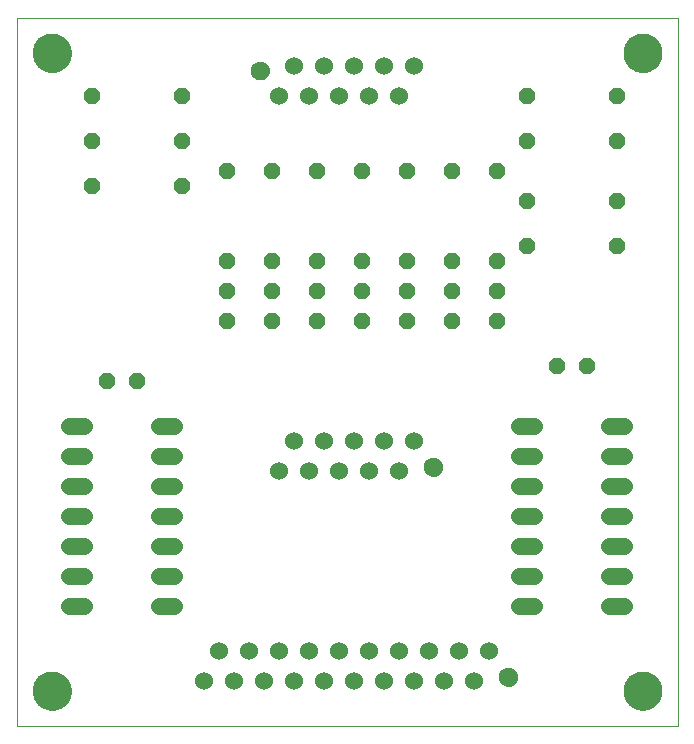
<source format=gts>
G75*
%MOIN*%
%OFA0B0*%
%FSLAX25Y25*%
%IPPOS*%
%LPD*%
%AMOC8*
5,1,8,0,0,1.08239X$1,22.5*
%
%ADD10C,0.00000*%
%ADD11C,0.12998*%
%ADD12OC8,0.05600*%
%ADD13C,0.05600*%
%ADD14C,0.06000*%
%ADD15C,0.06306*%
D10*
X0001000Y0001000D02*
X0001000Y0237220D01*
X0221472Y0237220D01*
X0221472Y0001000D01*
X0001000Y0001000D01*
X0006512Y0012811D02*
X0006514Y0012969D01*
X0006520Y0013127D01*
X0006530Y0013285D01*
X0006544Y0013443D01*
X0006562Y0013600D01*
X0006583Y0013757D01*
X0006609Y0013913D01*
X0006639Y0014069D01*
X0006672Y0014224D01*
X0006710Y0014377D01*
X0006751Y0014530D01*
X0006796Y0014682D01*
X0006845Y0014833D01*
X0006898Y0014982D01*
X0006954Y0015130D01*
X0007014Y0015276D01*
X0007078Y0015421D01*
X0007146Y0015564D01*
X0007217Y0015706D01*
X0007291Y0015846D01*
X0007369Y0015983D01*
X0007451Y0016119D01*
X0007535Y0016253D01*
X0007624Y0016384D01*
X0007715Y0016513D01*
X0007810Y0016640D01*
X0007907Y0016765D01*
X0008008Y0016887D01*
X0008112Y0017006D01*
X0008219Y0017123D01*
X0008329Y0017237D01*
X0008442Y0017348D01*
X0008557Y0017457D01*
X0008675Y0017562D01*
X0008796Y0017664D01*
X0008919Y0017764D01*
X0009045Y0017860D01*
X0009173Y0017953D01*
X0009303Y0018043D01*
X0009436Y0018129D01*
X0009571Y0018213D01*
X0009707Y0018292D01*
X0009846Y0018369D01*
X0009987Y0018441D01*
X0010129Y0018511D01*
X0010273Y0018576D01*
X0010419Y0018638D01*
X0010566Y0018696D01*
X0010715Y0018751D01*
X0010865Y0018802D01*
X0011016Y0018849D01*
X0011168Y0018892D01*
X0011321Y0018931D01*
X0011476Y0018967D01*
X0011631Y0018998D01*
X0011787Y0019026D01*
X0011943Y0019050D01*
X0012100Y0019070D01*
X0012258Y0019086D01*
X0012415Y0019098D01*
X0012574Y0019106D01*
X0012732Y0019110D01*
X0012890Y0019110D01*
X0013048Y0019106D01*
X0013207Y0019098D01*
X0013364Y0019086D01*
X0013522Y0019070D01*
X0013679Y0019050D01*
X0013835Y0019026D01*
X0013991Y0018998D01*
X0014146Y0018967D01*
X0014301Y0018931D01*
X0014454Y0018892D01*
X0014606Y0018849D01*
X0014757Y0018802D01*
X0014907Y0018751D01*
X0015056Y0018696D01*
X0015203Y0018638D01*
X0015349Y0018576D01*
X0015493Y0018511D01*
X0015635Y0018441D01*
X0015776Y0018369D01*
X0015915Y0018292D01*
X0016051Y0018213D01*
X0016186Y0018129D01*
X0016319Y0018043D01*
X0016449Y0017953D01*
X0016577Y0017860D01*
X0016703Y0017764D01*
X0016826Y0017664D01*
X0016947Y0017562D01*
X0017065Y0017457D01*
X0017180Y0017348D01*
X0017293Y0017237D01*
X0017403Y0017123D01*
X0017510Y0017006D01*
X0017614Y0016887D01*
X0017715Y0016765D01*
X0017812Y0016640D01*
X0017907Y0016513D01*
X0017998Y0016384D01*
X0018087Y0016253D01*
X0018171Y0016119D01*
X0018253Y0015983D01*
X0018331Y0015846D01*
X0018405Y0015706D01*
X0018476Y0015564D01*
X0018544Y0015421D01*
X0018608Y0015276D01*
X0018668Y0015130D01*
X0018724Y0014982D01*
X0018777Y0014833D01*
X0018826Y0014682D01*
X0018871Y0014530D01*
X0018912Y0014377D01*
X0018950Y0014224D01*
X0018983Y0014069D01*
X0019013Y0013913D01*
X0019039Y0013757D01*
X0019060Y0013600D01*
X0019078Y0013443D01*
X0019092Y0013285D01*
X0019102Y0013127D01*
X0019108Y0012969D01*
X0019110Y0012811D01*
X0019108Y0012653D01*
X0019102Y0012495D01*
X0019092Y0012337D01*
X0019078Y0012179D01*
X0019060Y0012022D01*
X0019039Y0011865D01*
X0019013Y0011709D01*
X0018983Y0011553D01*
X0018950Y0011398D01*
X0018912Y0011245D01*
X0018871Y0011092D01*
X0018826Y0010940D01*
X0018777Y0010789D01*
X0018724Y0010640D01*
X0018668Y0010492D01*
X0018608Y0010346D01*
X0018544Y0010201D01*
X0018476Y0010058D01*
X0018405Y0009916D01*
X0018331Y0009776D01*
X0018253Y0009639D01*
X0018171Y0009503D01*
X0018087Y0009369D01*
X0017998Y0009238D01*
X0017907Y0009109D01*
X0017812Y0008982D01*
X0017715Y0008857D01*
X0017614Y0008735D01*
X0017510Y0008616D01*
X0017403Y0008499D01*
X0017293Y0008385D01*
X0017180Y0008274D01*
X0017065Y0008165D01*
X0016947Y0008060D01*
X0016826Y0007958D01*
X0016703Y0007858D01*
X0016577Y0007762D01*
X0016449Y0007669D01*
X0016319Y0007579D01*
X0016186Y0007493D01*
X0016051Y0007409D01*
X0015915Y0007330D01*
X0015776Y0007253D01*
X0015635Y0007181D01*
X0015493Y0007111D01*
X0015349Y0007046D01*
X0015203Y0006984D01*
X0015056Y0006926D01*
X0014907Y0006871D01*
X0014757Y0006820D01*
X0014606Y0006773D01*
X0014454Y0006730D01*
X0014301Y0006691D01*
X0014146Y0006655D01*
X0013991Y0006624D01*
X0013835Y0006596D01*
X0013679Y0006572D01*
X0013522Y0006552D01*
X0013364Y0006536D01*
X0013207Y0006524D01*
X0013048Y0006516D01*
X0012890Y0006512D01*
X0012732Y0006512D01*
X0012574Y0006516D01*
X0012415Y0006524D01*
X0012258Y0006536D01*
X0012100Y0006552D01*
X0011943Y0006572D01*
X0011787Y0006596D01*
X0011631Y0006624D01*
X0011476Y0006655D01*
X0011321Y0006691D01*
X0011168Y0006730D01*
X0011016Y0006773D01*
X0010865Y0006820D01*
X0010715Y0006871D01*
X0010566Y0006926D01*
X0010419Y0006984D01*
X0010273Y0007046D01*
X0010129Y0007111D01*
X0009987Y0007181D01*
X0009846Y0007253D01*
X0009707Y0007330D01*
X0009571Y0007409D01*
X0009436Y0007493D01*
X0009303Y0007579D01*
X0009173Y0007669D01*
X0009045Y0007762D01*
X0008919Y0007858D01*
X0008796Y0007958D01*
X0008675Y0008060D01*
X0008557Y0008165D01*
X0008442Y0008274D01*
X0008329Y0008385D01*
X0008219Y0008499D01*
X0008112Y0008616D01*
X0008008Y0008735D01*
X0007907Y0008857D01*
X0007810Y0008982D01*
X0007715Y0009109D01*
X0007624Y0009238D01*
X0007535Y0009369D01*
X0007451Y0009503D01*
X0007369Y0009639D01*
X0007291Y0009776D01*
X0007217Y0009916D01*
X0007146Y0010058D01*
X0007078Y0010201D01*
X0007014Y0010346D01*
X0006954Y0010492D01*
X0006898Y0010640D01*
X0006845Y0010789D01*
X0006796Y0010940D01*
X0006751Y0011092D01*
X0006710Y0011245D01*
X0006672Y0011398D01*
X0006639Y0011553D01*
X0006609Y0011709D01*
X0006583Y0011865D01*
X0006562Y0012022D01*
X0006544Y0012179D01*
X0006530Y0012337D01*
X0006520Y0012495D01*
X0006514Y0012653D01*
X0006512Y0012811D01*
X0136925Y0087437D02*
X0136927Y0087545D01*
X0136933Y0087654D01*
X0136943Y0087762D01*
X0136957Y0087869D01*
X0136975Y0087976D01*
X0136996Y0088083D01*
X0137022Y0088188D01*
X0137052Y0088293D01*
X0137085Y0088396D01*
X0137122Y0088498D01*
X0137163Y0088598D01*
X0137207Y0088697D01*
X0137256Y0088795D01*
X0137307Y0088890D01*
X0137362Y0088983D01*
X0137421Y0089075D01*
X0137483Y0089164D01*
X0137548Y0089251D01*
X0137616Y0089335D01*
X0137687Y0089417D01*
X0137761Y0089496D01*
X0137838Y0089572D01*
X0137918Y0089646D01*
X0138001Y0089716D01*
X0138086Y0089784D01*
X0138173Y0089848D01*
X0138263Y0089909D01*
X0138355Y0089967D01*
X0138449Y0090021D01*
X0138545Y0090072D01*
X0138642Y0090119D01*
X0138742Y0090163D01*
X0138843Y0090203D01*
X0138945Y0090239D01*
X0139048Y0090271D01*
X0139153Y0090300D01*
X0139259Y0090324D01*
X0139365Y0090345D01*
X0139472Y0090362D01*
X0139580Y0090375D01*
X0139688Y0090384D01*
X0139797Y0090389D01*
X0139905Y0090390D01*
X0140014Y0090387D01*
X0140122Y0090380D01*
X0140230Y0090369D01*
X0140337Y0090354D01*
X0140444Y0090335D01*
X0140550Y0090312D01*
X0140655Y0090286D01*
X0140760Y0090255D01*
X0140862Y0090221D01*
X0140964Y0090183D01*
X0141064Y0090141D01*
X0141163Y0090096D01*
X0141260Y0090047D01*
X0141354Y0089994D01*
X0141447Y0089938D01*
X0141538Y0089879D01*
X0141627Y0089816D01*
X0141713Y0089751D01*
X0141797Y0089682D01*
X0141878Y0089610D01*
X0141956Y0089535D01*
X0142032Y0089457D01*
X0142105Y0089376D01*
X0142175Y0089293D01*
X0142241Y0089208D01*
X0142305Y0089120D01*
X0142365Y0089029D01*
X0142422Y0088937D01*
X0142475Y0088842D01*
X0142525Y0088746D01*
X0142571Y0088648D01*
X0142614Y0088548D01*
X0142653Y0088447D01*
X0142688Y0088344D01*
X0142720Y0088241D01*
X0142747Y0088136D01*
X0142771Y0088030D01*
X0142791Y0087923D01*
X0142807Y0087816D01*
X0142819Y0087708D01*
X0142827Y0087600D01*
X0142831Y0087491D01*
X0142831Y0087383D01*
X0142827Y0087274D01*
X0142819Y0087166D01*
X0142807Y0087058D01*
X0142791Y0086951D01*
X0142771Y0086844D01*
X0142747Y0086738D01*
X0142720Y0086633D01*
X0142688Y0086530D01*
X0142653Y0086427D01*
X0142614Y0086326D01*
X0142571Y0086226D01*
X0142525Y0086128D01*
X0142475Y0086032D01*
X0142422Y0085937D01*
X0142365Y0085845D01*
X0142305Y0085754D01*
X0142241Y0085666D01*
X0142175Y0085581D01*
X0142105Y0085498D01*
X0142032Y0085417D01*
X0141956Y0085339D01*
X0141878Y0085264D01*
X0141797Y0085192D01*
X0141713Y0085123D01*
X0141627Y0085058D01*
X0141538Y0084995D01*
X0141447Y0084936D01*
X0141355Y0084880D01*
X0141260Y0084827D01*
X0141163Y0084778D01*
X0141064Y0084733D01*
X0140964Y0084691D01*
X0140862Y0084653D01*
X0140760Y0084619D01*
X0140655Y0084588D01*
X0140550Y0084562D01*
X0140444Y0084539D01*
X0140337Y0084520D01*
X0140230Y0084505D01*
X0140122Y0084494D01*
X0140014Y0084487D01*
X0139905Y0084484D01*
X0139797Y0084485D01*
X0139688Y0084490D01*
X0139580Y0084499D01*
X0139472Y0084512D01*
X0139365Y0084529D01*
X0139259Y0084550D01*
X0139153Y0084574D01*
X0139048Y0084603D01*
X0138945Y0084635D01*
X0138843Y0084671D01*
X0138742Y0084711D01*
X0138642Y0084755D01*
X0138545Y0084802D01*
X0138449Y0084853D01*
X0138355Y0084907D01*
X0138263Y0084965D01*
X0138173Y0085026D01*
X0138086Y0085090D01*
X0138001Y0085158D01*
X0137918Y0085228D01*
X0137838Y0085302D01*
X0137761Y0085378D01*
X0137687Y0085457D01*
X0137616Y0085539D01*
X0137548Y0085623D01*
X0137483Y0085710D01*
X0137421Y0085799D01*
X0137362Y0085891D01*
X0137307Y0085984D01*
X0137256Y0086079D01*
X0137207Y0086177D01*
X0137163Y0086276D01*
X0137122Y0086376D01*
X0137085Y0086478D01*
X0137052Y0086581D01*
X0137022Y0086686D01*
X0136996Y0086791D01*
X0136975Y0086898D01*
X0136957Y0087005D01*
X0136943Y0087112D01*
X0136933Y0087220D01*
X0136927Y0087329D01*
X0136925Y0087437D01*
X0161925Y0017437D02*
X0161927Y0017545D01*
X0161933Y0017654D01*
X0161943Y0017762D01*
X0161957Y0017869D01*
X0161975Y0017976D01*
X0161996Y0018083D01*
X0162022Y0018188D01*
X0162052Y0018293D01*
X0162085Y0018396D01*
X0162122Y0018498D01*
X0162163Y0018598D01*
X0162207Y0018697D01*
X0162256Y0018795D01*
X0162307Y0018890D01*
X0162362Y0018983D01*
X0162421Y0019075D01*
X0162483Y0019164D01*
X0162548Y0019251D01*
X0162616Y0019335D01*
X0162687Y0019417D01*
X0162761Y0019496D01*
X0162838Y0019572D01*
X0162918Y0019646D01*
X0163001Y0019716D01*
X0163086Y0019784D01*
X0163173Y0019848D01*
X0163263Y0019909D01*
X0163355Y0019967D01*
X0163449Y0020021D01*
X0163545Y0020072D01*
X0163642Y0020119D01*
X0163742Y0020163D01*
X0163843Y0020203D01*
X0163945Y0020239D01*
X0164048Y0020271D01*
X0164153Y0020300D01*
X0164259Y0020324D01*
X0164365Y0020345D01*
X0164472Y0020362D01*
X0164580Y0020375D01*
X0164688Y0020384D01*
X0164797Y0020389D01*
X0164905Y0020390D01*
X0165014Y0020387D01*
X0165122Y0020380D01*
X0165230Y0020369D01*
X0165337Y0020354D01*
X0165444Y0020335D01*
X0165550Y0020312D01*
X0165655Y0020286D01*
X0165760Y0020255D01*
X0165862Y0020221D01*
X0165964Y0020183D01*
X0166064Y0020141D01*
X0166163Y0020096D01*
X0166260Y0020047D01*
X0166354Y0019994D01*
X0166447Y0019938D01*
X0166538Y0019879D01*
X0166627Y0019816D01*
X0166713Y0019751D01*
X0166797Y0019682D01*
X0166878Y0019610D01*
X0166956Y0019535D01*
X0167032Y0019457D01*
X0167105Y0019376D01*
X0167175Y0019293D01*
X0167241Y0019208D01*
X0167305Y0019120D01*
X0167365Y0019029D01*
X0167422Y0018937D01*
X0167475Y0018842D01*
X0167525Y0018746D01*
X0167571Y0018648D01*
X0167614Y0018548D01*
X0167653Y0018447D01*
X0167688Y0018344D01*
X0167720Y0018241D01*
X0167747Y0018136D01*
X0167771Y0018030D01*
X0167791Y0017923D01*
X0167807Y0017816D01*
X0167819Y0017708D01*
X0167827Y0017600D01*
X0167831Y0017491D01*
X0167831Y0017383D01*
X0167827Y0017274D01*
X0167819Y0017166D01*
X0167807Y0017058D01*
X0167791Y0016951D01*
X0167771Y0016844D01*
X0167747Y0016738D01*
X0167720Y0016633D01*
X0167688Y0016530D01*
X0167653Y0016427D01*
X0167614Y0016326D01*
X0167571Y0016226D01*
X0167525Y0016128D01*
X0167475Y0016032D01*
X0167422Y0015937D01*
X0167365Y0015845D01*
X0167305Y0015754D01*
X0167241Y0015666D01*
X0167175Y0015581D01*
X0167105Y0015498D01*
X0167032Y0015417D01*
X0166956Y0015339D01*
X0166878Y0015264D01*
X0166797Y0015192D01*
X0166713Y0015123D01*
X0166627Y0015058D01*
X0166538Y0014995D01*
X0166447Y0014936D01*
X0166355Y0014880D01*
X0166260Y0014827D01*
X0166163Y0014778D01*
X0166064Y0014733D01*
X0165964Y0014691D01*
X0165862Y0014653D01*
X0165760Y0014619D01*
X0165655Y0014588D01*
X0165550Y0014562D01*
X0165444Y0014539D01*
X0165337Y0014520D01*
X0165230Y0014505D01*
X0165122Y0014494D01*
X0165014Y0014487D01*
X0164905Y0014484D01*
X0164797Y0014485D01*
X0164688Y0014490D01*
X0164580Y0014499D01*
X0164472Y0014512D01*
X0164365Y0014529D01*
X0164259Y0014550D01*
X0164153Y0014574D01*
X0164048Y0014603D01*
X0163945Y0014635D01*
X0163843Y0014671D01*
X0163742Y0014711D01*
X0163642Y0014755D01*
X0163545Y0014802D01*
X0163449Y0014853D01*
X0163355Y0014907D01*
X0163263Y0014965D01*
X0163173Y0015026D01*
X0163086Y0015090D01*
X0163001Y0015158D01*
X0162918Y0015228D01*
X0162838Y0015302D01*
X0162761Y0015378D01*
X0162687Y0015457D01*
X0162616Y0015539D01*
X0162548Y0015623D01*
X0162483Y0015710D01*
X0162421Y0015799D01*
X0162362Y0015891D01*
X0162307Y0015984D01*
X0162256Y0016079D01*
X0162207Y0016177D01*
X0162163Y0016276D01*
X0162122Y0016376D01*
X0162085Y0016478D01*
X0162052Y0016581D01*
X0162022Y0016686D01*
X0161996Y0016791D01*
X0161975Y0016898D01*
X0161957Y0017005D01*
X0161943Y0017112D01*
X0161933Y0017220D01*
X0161927Y0017329D01*
X0161925Y0017437D01*
X0203362Y0012811D02*
X0203364Y0012969D01*
X0203370Y0013127D01*
X0203380Y0013285D01*
X0203394Y0013443D01*
X0203412Y0013600D01*
X0203433Y0013757D01*
X0203459Y0013913D01*
X0203489Y0014069D01*
X0203522Y0014224D01*
X0203560Y0014377D01*
X0203601Y0014530D01*
X0203646Y0014682D01*
X0203695Y0014833D01*
X0203748Y0014982D01*
X0203804Y0015130D01*
X0203864Y0015276D01*
X0203928Y0015421D01*
X0203996Y0015564D01*
X0204067Y0015706D01*
X0204141Y0015846D01*
X0204219Y0015983D01*
X0204301Y0016119D01*
X0204385Y0016253D01*
X0204474Y0016384D01*
X0204565Y0016513D01*
X0204660Y0016640D01*
X0204757Y0016765D01*
X0204858Y0016887D01*
X0204962Y0017006D01*
X0205069Y0017123D01*
X0205179Y0017237D01*
X0205292Y0017348D01*
X0205407Y0017457D01*
X0205525Y0017562D01*
X0205646Y0017664D01*
X0205769Y0017764D01*
X0205895Y0017860D01*
X0206023Y0017953D01*
X0206153Y0018043D01*
X0206286Y0018129D01*
X0206421Y0018213D01*
X0206557Y0018292D01*
X0206696Y0018369D01*
X0206837Y0018441D01*
X0206979Y0018511D01*
X0207123Y0018576D01*
X0207269Y0018638D01*
X0207416Y0018696D01*
X0207565Y0018751D01*
X0207715Y0018802D01*
X0207866Y0018849D01*
X0208018Y0018892D01*
X0208171Y0018931D01*
X0208326Y0018967D01*
X0208481Y0018998D01*
X0208637Y0019026D01*
X0208793Y0019050D01*
X0208950Y0019070D01*
X0209108Y0019086D01*
X0209265Y0019098D01*
X0209424Y0019106D01*
X0209582Y0019110D01*
X0209740Y0019110D01*
X0209898Y0019106D01*
X0210057Y0019098D01*
X0210214Y0019086D01*
X0210372Y0019070D01*
X0210529Y0019050D01*
X0210685Y0019026D01*
X0210841Y0018998D01*
X0210996Y0018967D01*
X0211151Y0018931D01*
X0211304Y0018892D01*
X0211456Y0018849D01*
X0211607Y0018802D01*
X0211757Y0018751D01*
X0211906Y0018696D01*
X0212053Y0018638D01*
X0212199Y0018576D01*
X0212343Y0018511D01*
X0212485Y0018441D01*
X0212626Y0018369D01*
X0212765Y0018292D01*
X0212901Y0018213D01*
X0213036Y0018129D01*
X0213169Y0018043D01*
X0213299Y0017953D01*
X0213427Y0017860D01*
X0213553Y0017764D01*
X0213676Y0017664D01*
X0213797Y0017562D01*
X0213915Y0017457D01*
X0214030Y0017348D01*
X0214143Y0017237D01*
X0214253Y0017123D01*
X0214360Y0017006D01*
X0214464Y0016887D01*
X0214565Y0016765D01*
X0214662Y0016640D01*
X0214757Y0016513D01*
X0214848Y0016384D01*
X0214937Y0016253D01*
X0215021Y0016119D01*
X0215103Y0015983D01*
X0215181Y0015846D01*
X0215255Y0015706D01*
X0215326Y0015564D01*
X0215394Y0015421D01*
X0215458Y0015276D01*
X0215518Y0015130D01*
X0215574Y0014982D01*
X0215627Y0014833D01*
X0215676Y0014682D01*
X0215721Y0014530D01*
X0215762Y0014377D01*
X0215800Y0014224D01*
X0215833Y0014069D01*
X0215863Y0013913D01*
X0215889Y0013757D01*
X0215910Y0013600D01*
X0215928Y0013443D01*
X0215942Y0013285D01*
X0215952Y0013127D01*
X0215958Y0012969D01*
X0215960Y0012811D01*
X0215958Y0012653D01*
X0215952Y0012495D01*
X0215942Y0012337D01*
X0215928Y0012179D01*
X0215910Y0012022D01*
X0215889Y0011865D01*
X0215863Y0011709D01*
X0215833Y0011553D01*
X0215800Y0011398D01*
X0215762Y0011245D01*
X0215721Y0011092D01*
X0215676Y0010940D01*
X0215627Y0010789D01*
X0215574Y0010640D01*
X0215518Y0010492D01*
X0215458Y0010346D01*
X0215394Y0010201D01*
X0215326Y0010058D01*
X0215255Y0009916D01*
X0215181Y0009776D01*
X0215103Y0009639D01*
X0215021Y0009503D01*
X0214937Y0009369D01*
X0214848Y0009238D01*
X0214757Y0009109D01*
X0214662Y0008982D01*
X0214565Y0008857D01*
X0214464Y0008735D01*
X0214360Y0008616D01*
X0214253Y0008499D01*
X0214143Y0008385D01*
X0214030Y0008274D01*
X0213915Y0008165D01*
X0213797Y0008060D01*
X0213676Y0007958D01*
X0213553Y0007858D01*
X0213427Y0007762D01*
X0213299Y0007669D01*
X0213169Y0007579D01*
X0213036Y0007493D01*
X0212901Y0007409D01*
X0212765Y0007330D01*
X0212626Y0007253D01*
X0212485Y0007181D01*
X0212343Y0007111D01*
X0212199Y0007046D01*
X0212053Y0006984D01*
X0211906Y0006926D01*
X0211757Y0006871D01*
X0211607Y0006820D01*
X0211456Y0006773D01*
X0211304Y0006730D01*
X0211151Y0006691D01*
X0210996Y0006655D01*
X0210841Y0006624D01*
X0210685Y0006596D01*
X0210529Y0006572D01*
X0210372Y0006552D01*
X0210214Y0006536D01*
X0210057Y0006524D01*
X0209898Y0006516D01*
X0209740Y0006512D01*
X0209582Y0006512D01*
X0209424Y0006516D01*
X0209265Y0006524D01*
X0209108Y0006536D01*
X0208950Y0006552D01*
X0208793Y0006572D01*
X0208637Y0006596D01*
X0208481Y0006624D01*
X0208326Y0006655D01*
X0208171Y0006691D01*
X0208018Y0006730D01*
X0207866Y0006773D01*
X0207715Y0006820D01*
X0207565Y0006871D01*
X0207416Y0006926D01*
X0207269Y0006984D01*
X0207123Y0007046D01*
X0206979Y0007111D01*
X0206837Y0007181D01*
X0206696Y0007253D01*
X0206557Y0007330D01*
X0206421Y0007409D01*
X0206286Y0007493D01*
X0206153Y0007579D01*
X0206023Y0007669D01*
X0205895Y0007762D01*
X0205769Y0007858D01*
X0205646Y0007958D01*
X0205525Y0008060D01*
X0205407Y0008165D01*
X0205292Y0008274D01*
X0205179Y0008385D01*
X0205069Y0008499D01*
X0204962Y0008616D01*
X0204858Y0008735D01*
X0204757Y0008857D01*
X0204660Y0008982D01*
X0204565Y0009109D01*
X0204474Y0009238D01*
X0204385Y0009369D01*
X0204301Y0009503D01*
X0204219Y0009639D01*
X0204141Y0009776D01*
X0204067Y0009916D01*
X0203996Y0010058D01*
X0203928Y0010201D01*
X0203864Y0010346D01*
X0203804Y0010492D01*
X0203748Y0010640D01*
X0203695Y0010789D01*
X0203646Y0010940D01*
X0203601Y0011092D01*
X0203560Y0011245D01*
X0203522Y0011398D01*
X0203489Y0011553D01*
X0203459Y0011709D01*
X0203433Y0011865D01*
X0203412Y0012022D01*
X0203394Y0012179D01*
X0203380Y0012337D01*
X0203370Y0012495D01*
X0203364Y0012653D01*
X0203362Y0012811D01*
X0079169Y0219563D02*
X0079171Y0219671D01*
X0079177Y0219780D01*
X0079187Y0219888D01*
X0079201Y0219995D01*
X0079219Y0220102D01*
X0079240Y0220209D01*
X0079266Y0220314D01*
X0079296Y0220419D01*
X0079329Y0220522D01*
X0079366Y0220624D01*
X0079407Y0220724D01*
X0079451Y0220823D01*
X0079500Y0220921D01*
X0079551Y0221016D01*
X0079606Y0221109D01*
X0079665Y0221201D01*
X0079727Y0221290D01*
X0079792Y0221377D01*
X0079860Y0221461D01*
X0079931Y0221543D01*
X0080005Y0221622D01*
X0080082Y0221698D01*
X0080162Y0221772D01*
X0080245Y0221842D01*
X0080330Y0221910D01*
X0080417Y0221974D01*
X0080507Y0222035D01*
X0080599Y0222093D01*
X0080693Y0222147D01*
X0080789Y0222198D01*
X0080886Y0222245D01*
X0080986Y0222289D01*
X0081087Y0222329D01*
X0081189Y0222365D01*
X0081292Y0222397D01*
X0081397Y0222426D01*
X0081503Y0222450D01*
X0081609Y0222471D01*
X0081716Y0222488D01*
X0081824Y0222501D01*
X0081932Y0222510D01*
X0082041Y0222515D01*
X0082149Y0222516D01*
X0082258Y0222513D01*
X0082366Y0222506D01*
X0082474Y0222495D01*
X0082581Y0222480D01*
X0082688Y0222461D01*
X0082794Y0222438D01*
X0082899Y0222412D01*
X0083004Y0222381D01*
X0083106Y0222347D01*
X0083208Y0222309D01*
X0083308Y0222267D01*
X0083407Y0222222D01*
X0083504Y0222173D01*
X0083598Y0222120D01*
X0083691Y0222064D01*
X0083782Y0222005D01*
X0083871Y0221942D01*
X0083957Y0221877D01*
X0084041Y0221808D01*
X0084122Y0221736D01*
X0084200Y0221661D01*
X0084276Y0221583D01*
X0084349Y0221502D01*
X0084419Y0221419D01*
X0084485Y0221334D01*
X0084549Y0221246D01*
X0084609Y0221155D01*
X0084666Y0221063D01*
X0084719Y0220968D01*
X0084769Y0220872D01*
X0084815Y0220774D01*
X0084858Y0220674D01*
X0084897Y0220573D01*
X0084932Y0220470D01*
X0084964Y0220367D01*
X0084991Y0220262D01*
X0085015Y0220156D01*
X0085035Y0220049D01*
X0085051Y0219942D01*
X0085063Y0219834D01*
X0085071Y0219726D01*
X0085075Y0219617D01*
X0085075Y0219509D01*
X0085071Y0219400D01*
X0085063Y0219292D01*
X0085051Y0219184D01*
X0085035Y0219077D01*
X0085015Y0218970D01*
X0084991Y0218864D01*
X0084964Y0218759D01*
X0084932Y0218656D01*
X0084897Y0218553D01*
X0084858Y0218452D01*
X0084815Y0218352D01*
X0084769Y0218254D01*
X0084719Y0218158D01*
X0084666Y0218063D01*
X0084609Y0217971D01*
X0084549Y0217880D01*
X0084485Y0217792D01*
X0084419Y0217707D01*
X0084349Y0217624D01*
X0084276Y0217543D01*
X0084200Y0217465D01*
X0084122Y0217390D01*
X0084041Y0217318D01*
X0083957Y0217249D01*
X0083871Y0217184D01*
X0083782Y0217121D01*
X0083691Y0217062D01*
X0083599Y0217006D01*
X0083504Y0216953D01*
X0083407Y0216904D01*
X0083308Y0216859D01*
X0083208Y0216817D01*
X0083106Y0216779D01*
X0083004Y0216745D01*
X0082899Y0216714D01*
X0082794Y0216688D01*
X0082688Y0216665D01*
X0082581Y0216646D01*
X0082474Y0216631D01*
X0082366Y0216620D01*
X0082258Y0216613D01*
X0082149Y0216610D01*
X0082041Y0216611D01*
X0081932Y0216616D01*
X0081824Y0216625D01*
X0081716Y0216638D01*
X0081609Y0216655D01*
X0081503Y0216676D01*
X0081397Y0216700D01*
X0081292Y0216729D01*
X0081189Y0216761D01*
X0081087Y0216797D01*
X0080986Y0216837D01*
X0080886Y0216881D01*
X0080789Y0216928D01*
X0080693Y0216979D01*
X0080599Y0217033D01*
X0080507Y0217091D01*
X0080417Y0217152D01*
X0080330Y0217216D01*
X0080245Y0217284D01*
X0080162Y0217354D01*
X0080082Y0217428D01*
X0080005Y0217504D01*
X0079931Y0217583D01*
X0079860Y0217665D01*
X0079792Y0217749D01*
X0079727Y0217836D01*
X0079665Y0217925D01*
X0079606Y0218017D01*
X0079551Y0218110D01*
X0079500Y0218205D01*
X0079451Y0218303D01*
X0079407Y0218402D01*
X0079366Y0218502D01*
X0079329Y0218604D01*
X0079296Y0218707D01*
X0079266Y0218812D01*
X0079240Y0218917D01*
X0079219Y0219024D01*
X0079201Y0219131D01*
X0079187Y0219238D01*
X0079177Y0219346D01*
X0079171Y0219455D01*
X0079169Y0219563D01*
X0006512Y0225409D02*
X0006514Y0225567D01*
X0006520Y0225725D01*
X0006530Y0225883D01*
X0006544Y0226041D01*
X0006562Y0226198D01*
X0006583Y0226355D01*
X0006609Y0226511D01*
X0006639Y0226667D01*
X0006672Y0226822D01*
X0006710Y0226975D01*
X0006751Y0227128D01*
X0006796Y0227280D01*
X0006845Y0227431D01*
X0006898Y0227580D01*
X0006954Y0227728D01*
X0007014Y0227874D01*
X0007078Y0228019D01*
X0007146Y0228162D01*
X0007217Y0228304D01*
X0007291Y0228444D01*
X0007369Y0228581D01*
X0007451Y0228717D01*
X0007535Y0228851D01*
X0007624Y0228982D01*
X0007715Y0229111D01*
X0007810Y0229238D01*
X0007907Y0229363D01*
X0008008Y0229485D01*
X0008112Y0229604D01*
X0008219Y0229721D01*
X0008329Y0229835D01*
X0008442Y0229946D01*
X0008557Y0230055D01*
X0008675Y0230160D01*
X0008796Y0230262D01*
X0008919Y0230362D01*
X0009045Y0230458D01*
X0009173Y0230551D01*
X0009303Y0230641D01*
X0009436Y0230727D01*
X0009571Y0230811D01*
X0009707Y0230890D01*
X0009846Y0230967D01*
X0009987Y0231039D01*
X0010129Y0231109D01*
X0010273Y0231174D01*
X0010419Y0231236D01*
X0010566Y0231294D01*
X0010715Y0231349D01*
X0010865Y0231400D01*
X0011016Y0231447D01*
X0011168Y0231490D01*
X0011321Y0231529D01*
X0011476Y0231565D01*
X0011631Y0231596D01*
X0011787Y0231624D01*
X0011943Y0231648D01*
X0012100Y0231668D01*
X0012258Y0231684D01*
X0012415Y0231696D01*
X0012574Y0231704D01*
X0012732Y0231708D01*
X0012890Y0231708D01*
X0013048Y0231704D01*
X0013207Y0231696D01*
X0013364Y0231684D01*
X0013522Y0231668D01*
X0013679Y0231648D01*
X0013835Y0231624D01*
X0013991Y0231596D01*
X0014146Y0231565D01*
X0014301Y0231529D01*
X0014454Y0231490D01*
X0014606Y0231447D01*
X0014757Y0231400D01*
X0014907Y0231349D01*
X0015056Y0231294D01*
X0015203Y0231236D01*
X0015349Y0231174D01*
X0015493Y0231109D01*
X0015635Y0231039D01*
X0015776Y0230967D01*
X0015915Y0230890D01*
X0016051Y0230811D01*
X0016186Y0230727D01*
X0016319Y0230641D01*
X0016449Y0230551D01*
X0016577Y0230458D01*
X0016703Y0230362D01*
X0016826Y0230262D01*
X0016947Y0230160D01*
X0017065Y0230055D01*
X0017180Y0229946D01*
X0017293Y0229835D01*
X0017403Y0229721D01*
X0017510Y0229604D01*
X0017614Y0229485D01*
X0017715Y0229363D01*
X0017812Y0229238D01*
X0017907Y0229111D01*
X0017998Y0228982D01*
X0018087Y0228851D01*
X0018171Y0228717D01*
X0018253Y0228581D01*
X0018331Y0228444D01*
X0018405Y0228304D01*
X0018476Y0228162D01*
X0018544Y0228019D01*
X0018608Y0227874D01*
X0018668Y0227728D01*
X0018724Y0227580D01*
X0018777Y0227431D01*
X0018826Y0227280D01*
X0018871Y0227128D01*
X0018912Y0226975D01*
X0018950Y0226822D01*
X0018983Y0226667D01*
X0019013Y0226511D01*
X0019039Y0226355D01*
X0019060Y0226198D01*
X0019078Y0226041D01*
X0019092Y0225883D01*
X0019102Y0225725D01*
X0019108Y0225567D01*
X0019110Y0225409D01*
X0019108Y0225251D01*
X0019102Y0225093D01*
X0019092Y0224935D01*
X0019078Y0224777D01*
X0019060Y0224620D01*
X0019039Y0224463D01*
X0019013Y0224307D01*
X0018983Y0224151D01*
X0018950Y0223996D01*
X0018912Y0223843D01*
X0018871Y0223690D01*
X0018826Y0223538D01*
X0018777Y0223387D01*
X0018724Y0223238D01*
X0018668Y0223090D01*
X0018608Y0222944D01*
X0018544Y0222799D01*
X0018476Y0222656D01*
X0018405Y0222514D01*
X0018331Y0222374D01*
X0018253Y0222237D01*
X0018171Y0222101D01*
X0018087Y0221967D01*
X0017998Y0221836D01*
X0017907Y0221707D01*
X0017812Y0221580D01*
X0017715Y0221455D01*
X0017614Y0221333D01*
X0017510Y0221214D01*
X0017403Y0221097D01*
X0017293Y0220983D01*
X0017180Y0220872D01*
X0017065Y0220763D01*
X0016947Y0220658D01*
X0016826Y0220556D01*
X0016703Y0220456D01*
X0016577Y0220360D01*
X0016449Y0220267D01*
X0016319Y0220177D01*
X0016186Y0220091D01*
X0016051Y0220007D01*
X0015915Y0219928D01*
X0015776Y0219851D01*
X0015635Y0219779D01*
X0015493Y0219709D01*
X0015349Y0219644D01*
X0015203Y0219582D01*
X0015056Y0219524D01*
X0014907Y0219469D01*
X0014757Y0219418D01*
X0014606Y0219371D01*
X0014454Y0219328D01*
X0014301Y0219289D01*
X0014146Y0219253D01*
X0013991Y0219222D01*
X0013835Y0219194D01*
X0013679Y0219170D01*
X0013522Y0219150D01*
X0013364Y0219134D01*
X0013207Y0219122D01*
X0013048Y0219114D01*
X0012890Y0219110D01*
X0012732Y0219110D01*
X0012574Y0219114D01*
X0012415Y0219122D01*
X0012258Y0219134D01*
X0012100Y0219150D01*
X0011943Y0219170D01*
X0011787Y0219194D01*
X0011631Y0219222D01*
X0011476Y0219253D01*
X0011321Y0219289D01*
X0011168Y0219328D01*
X0011016Y0219371D01*
X0010865Y0219418D01*
X0010715Y0219469D01*
X0010566Y0219524D01*
X0010419Y0219582D01*
X0010273Y0219644D01*
X0010129Y0219709D01*
X0009987Y0219779D01*
X0009846Y0219851D01*
X0009707Y0219928D01*
X0009571Y0220007D01*
X0009436Y0220091D01*
X0009303Y0220177D01*
X0009173Y0220267D01*
X0009045Y0220360D01*
X0008919Y0220456D01*
X0008796Y0220556D01*
X0008675Y0220658D01*
X0008557Y0220763D01*
X0008442Y0220872D01*
X0008329Y0220983D01*
X0008219Y0221097D01*
X0008112Y0221214D01*
X0008008Y0221333D01*
X0007907Y0221455D01*
X0007810Y0221580D01*
X0007715Y0221707D01*
X0007624Y0221836D01*
X0007535Y0221967D01*
X0007451Y0222101D01*
X0007369Y0222237D01*
X0007291Y0222374D01*
X0007217Y0222514D01*
X0007146Y0222656D01*
X0007078Y0222799D01*
X0007014Y0222944D01*
X0006954Y0223090D01*
X0006898Y0223238D01*
X0006845Y0223387D01*
X0006796Y0223538D01*
X0006751Y0223690D01*
X0006710Y0223843D01*
X0006672Y0223996D01*
X0006639Y0224151D01*
X0006609Y0224307D01*
X0006583Y0224463D01*
X0006562Y0224620D01*
X0006544Y0224777D01*
X0006530Y0224935D01*
X0006520Y0225093D01*
X0006514Y0225251D01*
X0006512Y0225409D01*
X0203362Y0225409D02*
X0203364Y0225567D01*
X0203370Y0225725D01*
X0203380Y0225883D01*
X0203394Y0226041D01*
X0203412Y0226198D01*
X0203433Y0226355D01*
X0203459Y0226511D01*
X0203489Y0226667D01*
X0203522Y0226822D01*
X0203560Y0226975D01*
X0203601Y0227128D01*
X0203646Y0227280D01*
X0203695Y0227431D01*
X0203748Y0227580D01*
X0203804Y0227728D01*
X0203864Y0227874D01*
X0203928Y0228019D01*
X0203996Y0228162D01*
X0204067Y0228304D01*
X0204141Y0228444D01*
X0204219Y0228581D01*
X0204301Y0228717D01*
X0204385Y0228851D01*
X0204474Y0228982D01*
X0204565Y0229111D01*
X0204660Y0229238D01*
X0204757Y0229363D01*
X0204858Y0229485D01*
X0204962Y0229604D01*
X0205069Y0229721D01*
X0205179Y0229835D01*
X0205292Y0229946D01*
X0205407Y0230055D01*
X0205525Y0230160D01*
X0205646Y0230262D01*
X0205769Y0230362D01*
X0205895Y0230458D01*
X0206023Y0230551D01*
X0206153Y0230641D01*
X0206286Y0230727D01*
X0206421Y0230811D01*
X0206557Y0230890D01*
X0206696Y0230967D01*
X0206837Y0231039D01*
X0206979Y0231109D01*
X0207123Y0231174D01*
X0207269Y0231236D01*
X0207416Y0231294D01*
X0207565Y0231349D01*
X0207715Y0231400D01*
X0207866Y0231447D01*
X0208018Y0231490D01*
X0208171Y0231529D01*
X0208326Y0231565D01*
X0208481Y0231596D01*
X0208637Y0231624D01*
X0208793Y0231648D01*
X0208950Y0231668D01*
X0209108Y0231684D01*
X0209265Y0231696D01*
X0209424Y0231704D01*
X0209582Y0231708D01*
X0209740Y0231708D01*
X0209898Y0231704D01*
X0210057Y0231696D01*
X0210214Y0231684D01*
X0210372Y0231668D01*
X0210529Y0231648D01*
X0210685Y0231624D01*
X0210841Y0231596D01*
X0210996Y0231565D01*
X0211151Y0231529D01*
X0211304Y0231490D01*
X0211456Y0231447D01*
X0211607Y0231400D01*
X0211757Y0231349D01*
X0211906Y0231294D01*
X0212053Y0231236D01*
X0212199Y0231174D01*
X0212343Y0231109D01*
X0212485Y0231039D01*
X0212626Y0230967D01*
X0212765Y0230890D01*
X0212901Y0230811D01*
X0213036Y0230727D01*
X0213169Y0230641D01*
X0213299Y0230551D01*
X0213427Y0230458D01*
X0213553Y0230362D01*
X0213676Y0230262D01*
X0213797Y0230160D01*
X0213915Y0230055D01*
X0214030Y0229946D01*
X0214143Y0229835D01*
X0214253Y0229721D01*
X0214360Y0229604D01*
X0214464Y0229485D01*
X0214565Y0229363D01*
X0214662Y0229238D01*
X0214757Y0229111D01*
X0214848Y0228982D01*
X0214937Y0228851D01*
X0215021Y0228717D01*
X0215103Y0228581D01*
X0215181Y0228444D01*
X0215255Y0228304D01*
X0215326Y0228162D01*
X0215394Y0228019D01*
X0215458Y0227874D01*
X0215518Y0227728D01*
X0215574Y0227580D01*
X0215627Y0227431D01*
X0215676Y0227280D01*
X0215721Y0227128D01*
X0215762Y0226975D01*
X0215800Y0226822D01*
X0215833Y0226667D01*
X0215863Y0226511D01*
X0215889Y0226355D01*
X0215910Y0226198D01*
X0215928Y0226041D01*
X0215942Y0225883D01*
X0215952Y0225725D01*
X0215958Y0225567D01*
X0215960Y0225409D01*
X0215958Y0225251D01*
X0215952Y0225093D01*
X0215942Y0224935D01*
X0215928Y0224777D01*
X0215910Y0224620D01*
X0215889Y0224463D01*
X0215863Y0224307D01*
X0215833Y0224151D01*
X0215800Y0223996D01*
X0215762Y0223843D01*
X0215721Y0223690D01*
X0215676Y0223538D01*
X0215627Y0223387D01*
X0215574Y0223238D01*
X0215518Y0223090D01*
X0215458Y0222944D01*
X0215394Y0222799D01*
X0215326Y0222656D01*
X0215255Y0222514D01*
X0215181Y0222374D01*
X0215103Y0222237D01*
X0215021Y0222101D01*
X0214937Y0221967D01*
X0214848Y0221836D01*
X0214757Y0221707D01*
X0214662Y0221580D01*
X0214565Y0221455D01*
X0214464Y0221333D01*
X0214360Y0221214D01*
X0214253Y0221097D01*
X0214143Y0220983D01*
X0214030Y0220872D01*
X0213915Y0220763D01*
X0213797Y0220658D01*
X0213676Y0220556D01*
X0213553Y0220456D01*
X0213427Y0220360D01*
X0213299Y0220267D01*
X0213169Y0220177D01*
X0213036Y0220091D01*
X0212901Y0220007D01*
X0212765Y0219928D01*
X0212626Y0219851D01*
X0212485Y0219779D01*
X0212343Y0219709D01*
X0212199Y0219644D01*
X0212053Y0219582D01*
X0211906Y0219524D01*
X0211757Y0219469D01*
X0211607Y0219418D01*
X0211456Y0219371D01*
X0211304Y0219328D01*
X0211151Y0219289D01*
X0210996Y0219253D01*
X0210841Y0219222D01*
X0210685Y0219194D01*
X0210529Y0219170D01*
X0210372Y0219150D01*
X0210214Y0219134D01*
X0210057Y0219122D01*
X0209898Y0219114D01*
X0209740Y0219110D01*
X0209582Y0219110D01*
X0209424Y0219114D01*
X0209265Y0219122D01*
X0209108Y0219134D01*
X0208950Y0219150D01*
X0208793Y0219170D01*
X0208637Y0219194D01*
X0208481Y0219222D01*
X0208326Y0219253D01*
X0208171Y0219289D01*
X0208018Y0219328D01*
X0207866Y0219371D01*
X0207715Y0219418D01*
X0207565Y0219469D01*
X0207416Y0219524D01*
X0207269Y0219582D01*
X0207123Y0219644D01*
X0206979Y0219709D01*
X0206837Y0219779D01*
X0206696Y0219851D01*
X0206557Y0219928D01*
X0206421Y0220007D01*
X0206286Y0220091D01*
X0206153Y0220177D01*
X0206023Y0220267D01*
X0205895Y0220360D01*
X0205769Y0220456D01*
X0205646Y0220556D01*
X0205525Y0220658D01*
X0205407Y0220763D01*
X0205292Y0220872D01*
X0205179Y0220983D01*
X0205069Y0221097D01*
X0204962Y0221214D01*
X0204858Y0221333D01*
X0204757Y0221455D01*
X0204660Y0221580D01*
X0204565Y0221707D01*
X0204474Y0221836D01*
X0204385Y0221967D01*
X0204301Y0222101D01*
X0204219Y0222237D01*
X0204141Y0222374D01*
X0204067Y0222514D01*
X0203996Y0222656D01*
X0203928Y0222799D01*
X0203864Y0222944D01*
X0203804Y0223090D01*
X0203748Y0223238D01*
X0203695Y0223387D01*
X0203646Y0223538D01*
X0203601Y0223690D01*
X0203560Y0223843D01*
X0203522Y0223996D01*
X0203489Y0224151D01*
X0203459Y0224307D01*
X0203433Y0224463D01*
X0203412Y0224620D01*
X0203394Y0224777D01*
X0203380Y0224935D01*
X0203370Y0225093D01*
X0203364Y0225251D01*
X0203362Y0225409D01*
D11*
X0209661Y0225409D03*
X0012811Y0225409D03*
X0012811Y0012811D03*
X0209661Y0012811D03*
D12*
X0191000Y0121000D03*
X0181000Y0121000D03*
X0161000Y0136000D03*
X0161000Y0146000D03*
X0161000Y0156000D03*
X0171000Y0161000D03*
X0171000Y0176000D03*
X0161000Y0186000D03*
X0171000Y0196000D03*
X0171000Y0211000D03*
X0146000Y0186000D03*
X0131000Y0186000D03*
X0116000Y0186000D03*
X0101000Y0186000D03*
X0086000Y0186000D03*
X0071000Y0186000D03*
X0056000Y0181000D03*
X0056000Y0196000D03*
X0056000Y0211000D03*
X0026000Y0211000D03*
X0026000Y0196000D03*
X0026000Y0181000D03*
X0071000Y0156000D03*
X0071000Y0146000D03*
X0071000Y0136000D03*
X0086000Y0136000D03*
X0086000Y0146000D03*
X0086000Y0156000D03*
X0101000Y0156000D03*
X0101000Y0146000D03*
X0101000Y0136000D03*
X0116000Y0136000D03*
X0116000Y0146000D03*
X0116000Y0156000D03*
X0131000Y0156000D03*
X0131000Y0146000D03*
X0131000Y0136000D03*
X0146000Y0136000D03*
X0146000Y0146000D03*
X0146000Y0156000D03*
X0201000Y0161000D03*
X0201000Y0176000D03*
X0201000Y0196000D03*
X0201000Y0211000D03*
X0041000Y0116000D03*
X0031000Y0116000D03*
D13*
X0023600Y0101000D02*
X0018400Y0101000D01*
X0018400Y0091000D02*
X0023600Y0091000D01*
X0023600Y0081000D02*
X0018400Y0081000D01*
X0018400Y0071000D02*
X0023600Y0071000D01*
X0023600Y0061000D02*
X0018400Y0061000D01*
X0018400Y0051000D02*
X0023600Y0051000D01*
X0023600Y0041000D02*
X0018400Y0041000D01*
X0048400Y0041000D02*
X0053600Y0041000D01*
X0053600Y0051000D02*
X0048400Y0051000D01*
X0048400Y0061000D02*
X0053600Y0061000D01*
X0053600Y0071000D02*
X0048400Y0071000D01*
X0048400Y0081000D02*
X0053600Y0081000D01*
X0053600Y0091000D02*
X0048400Y0091000D01*
X0048400Y0101000D02*
X0053600Y0101000D01*
X0168400Y0101000D02*
X0173600Y0101000D01*
X0173600Y0091000D02*
X0168400Y0091000D01*
X0168400Y0081000D02*
X0173600Y0081000D01*
X0173600Y0071000D02*
X0168400Y0071000D01*
X0168400Y0061000D02*
X0173600Y0061000D01*
X0173600Y0051000D02*
X0168400Y0051000D01*
X0168400Y0041000D02*
X0173600Y0041000D01*
X0198400Y0041000D02*
X0203600Y0041000D01*
X0203600Y0051000D02*
X0198400Y0051000D01*
X0198400Y0061000D02*
X0203600Y0061000D01*
X0203600Y0071000D02*
X0198400Y0071000D01*
X0198400Y0081000D02*
X0203600Y0081000D01*
X0203600Y0091000D02*
X0198400Y0091000D01*
X0198400Y0101000D02*
X0203600Y0101000D01*
D14*
X0133500Y0096000D03*
X0128500Y0086000D03*
X0118500Y0086000D03*
X0113500Y0096000D03*
X0123500Y0096000D03*
X0108500Y0086000D03*
X0098500Y0086000D03*
X0093500Y0096000D03*
X0103500Y0096000D03*
X0088500Y0086000D03*
X0088500Y0026000D03*
X0078500Y0026000D03*
X0073500Y0016000D03*
X0083500Y0016000D03*
X0093500Y0016000D03*
X0103500Y0016000D03*
X0098500Y0026000D03*
X0108500Y0026000D03*
X0113500Y0016000D03*
X0123500Y0016000D03*
X0118500Y0026000D03*
X0128500Y0026000D03*
X0133500Y0016000D03*
X0143500Y0016000D03*
X0153500Y0016000D03*
X0148500Y0026000D03*
X0138500Y0026000D03*
X0158500Y0026000D03*
X0068500Y0026000D03*
X0063500Y0016000D03*
X0088500Y0211000D03*
X0093500Y0221000D03*
X0103500Y0221000D03*
X0098500Y0211000D03*
X0108500Y0211000D03*
X0113500Y0221000D03*
X0123500Y0221000D03*
X0118500Y0211000D03*
X0128500Y0211000D03*
X0133500Y0221000D03*
D15*
X0082122Y0219563D03*
X0139878Y0087437D03*
X0164878Y0017437D03*
M02*

</source>
